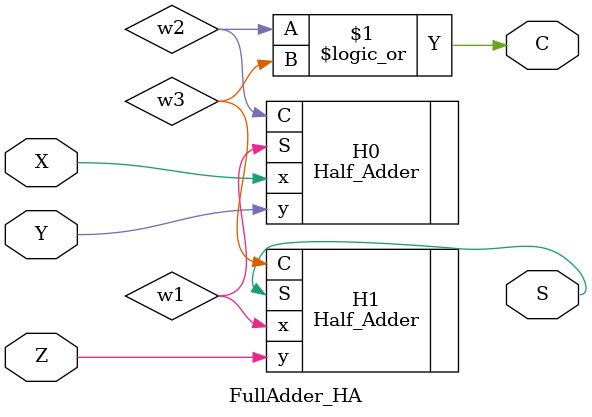
<source format=v>
`timescale 1ns / 1ps


module FullAdder_HA(X,Y,Z,S,C);
    // Port Declaration
    input X,Y,Z;     // 1-bit Input pin
    output S,C;    // S: Sum, C: Carry
    wire w1,w2,w3;
    // Instantiate 1st Half Adder Module
    Half_Adder H0(
    .x(X),
    .y(Y),
    .S(w1),           // w1=X xor Y
    .C(w2)            // w2=X and Y
    );
    // Instantiate 2nd Half Adder Module
    Half_Adder H1(
        .x(w1),         // w1=X xor Y
        .y(Z),          // Z : Carry bit
        .S(S),          // S=(X xor Y) xor Z
        .C(w3)        // w3=Z and (X xor Y)
        );
    assign C=w2 || w3;   // Output Carry bit
endmodule

</source>
